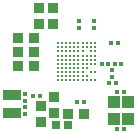
<source format=gts>
G04*
G04 #@! TF.GenerationSoftware,Altium Limited,Altium Designer,19.0.10 (269)*
G04*
G04 Layer_Color=8388736*
%FSLAX24Y24*%
%MOIN*%
G70*
G01*
G75*
%ADD21R,0.0395X0.0434*%
%ADD22R,0.0166X0.0178*%
%ADD23R,0.0611X0.0355*%
%ADD24C,0.0110*%
%ADD25R,0.0355X0.0375*%
%ADD26R,0.0316X0.0257*%
%ADD27R,0.0375X0.0355*%
%ADD28R,0.0178X0.0166*%
D21*
X1704Y-1350D02*
D03*
X1252D02*
D03*
Y-1921D02*
D03*
X1704D02*
D03*
D22*
X1590Y-2246D02*
D03*
X1366D02*
D03*
X1366Y-1025D02*
D03*
X1590D02*
D03*
X1089Y-721D02*
D03*
X1313D02*
D03*
X1275Y-69D02*
D03*
X1500D02*
D03*
X845Y-69D02*
D03*
X1070D02*
D03*
X18Y-1350D02*
D03*
X242D02*
D03*
X1383Y639D02*
D03*
X1158D02*
D03*
X-1453Y-1130D02*
D03*
X-1228D02*
D03*
D23*
X-2132Y-1696D02*
D03*
Y-1125D02*
D03*
D24*
X-620Y620D02*
D03*
X620Y-344D02*
D03*
X482D02*
D03*
X620Y-620D02*
D03*
X-482Y620D02*
D03*
X-344D02*
D03*
X-207D02*
D03*
X-69D02*
D03*
X69D02*
D03*
X207D02*
D03*
X344D02*
D03*
X482D02*
D03*
X620D02*
D03*
X-620Y482D02*
D03*
X-482D02*
D03*
X-344D02*
D03*
X-207D02*
D03*
X-69D02*
D03*
X69D02*
D03*
X207D02*
D03*
X344D02*
D03*
X482D02*
D03*
X620D02*
D03*
X-620Y344D02*
D03*
X-482D02*
D03*
X-344D02*
D03*
X-207D02*
D03*
X-69D02*
D03*
X69D02*
D03*
X207D02*
D03*
X482D02*
D03*
X620D02*
D03*
X-620Y207D02*
D03*
X-482D02*
D03*
X-344D02*
D03*
X-207D02*
D03*
X-69D02*
D03*
X69D02*
D03*
X207D02*
D03*
X344D02*
D03*
X482D02*
D03*
X620D02*
D03*
X-620Y69D02*
D03*
X-482D02*
D03*
X-344D02*
D03*
X-207D02*
D03*
X-69D02*
D03*
X69D02*
D03*
X207D02*
D03*
X344D02*
D03*
X482D02*
D03*
X620D02*
D03*
X-620Y-69D02*
D03*
X-482D02*
D03*
X-344D02*
D03*
X-207D02*
D03*
X-69D02*
D03*
X69D02*
D03*
X207D02*
D03*
X344D02*
D03*
X482D02*
D03*
X620D02*
D03*
X-620Y-207D02*
D03*
X-482D02*
D03*
X-344D02*
D03*
X-207D02*
D03*
X-69D02*
D03*
X69D02*
D03*
X207D02*
D03*
X344D02*
D03*
X-620Y-344D02*
D03*
X-482D02*
D03*
X-344D02*
D03*
X-207D02*
D03*
X-69D02*
D03*
X69D02*
D03*
X207D02*
D03*
X-620Y-482D02*
D03*
X-482D02*
D03*
X-344D02*
D03*
X-207D02*
D03*
X-69D02*
D03*
X69D02*
D03*
X207D02*
D03*
X344D02*
D03*
X-620Y-620D02*
D03*
X-482D02*
D03*
X-344D02*
D03*
X-207D02*
D03*
X-69D02*
D03*
X69D02*
D03*
X207D02*
D03*
X344D02*
D03*
X482D02*
D03*
D25*
X-1407Y325D02*
D03*
X-1939D02*
D03*
X-1407Y787D02*
D03*
X-1939D02*
D03*
X-276Y-1730D02*
D03*
X256D02*
D03*
X-1407Y-138D02*
D03*
X-1939D02*
D03*
D26*
X-295Y-2120D02*
D03*
X-669D02*
D03*
D27*
X-730Y-1174D02*
D03*
Y-1706D02*
D03*
X-1250Y1250D02*
D03*
Y1781D02*
D03*
X-787Y1250D02*
D03*
Y1781D02*
D03*
X-1180Y-1474D02*
D03*
Y-2006D02*
D03*
D28*
X-1709Y-1306D02*
D03*
Y-1082D02*
D03*
Y-1525D02*
D03*
Y-1749D02*
D03*
X600Y1352D02*
D03*
Y1128D02*
D03*
X90Y1352D02*
D03*
Y1128D02*
D03*
X1173Y-287D02*
D03*
Y-511D02*
D03*
M02*

</source>
